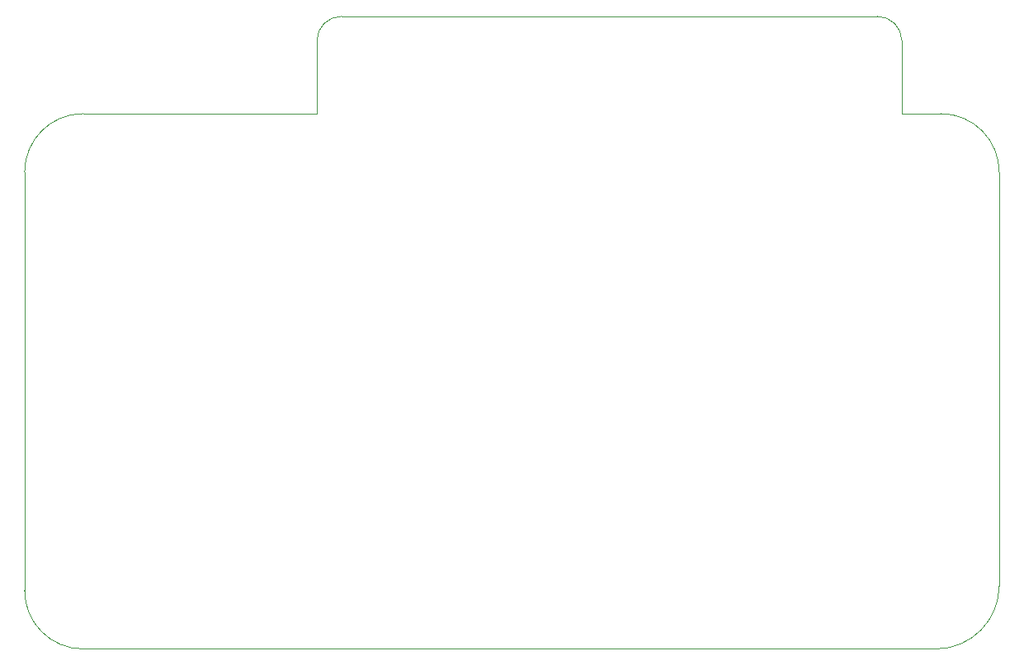
<source format=gbr>
G04 #@! TF.GenerationSoftware,KiCad,Pcbnew,5.1.6-c6e7f7d~87~ubuntu18.04.1*
G04 #@! TF.CreationDate,2021-01-06T14:43:31+00:00*
G04 #@! TF.ProjectId,multi-smtpa,6d756c74-692d-4736-9d74-70612e6b6963,rev?*
G04 #@! TF.SameCoordinates,Original*
G04 #@! TF.FileFunction,Profile,NP*
%FSLAX46Y46*%
G04 Gerber Fmt 4.6, Leading zero omitted, Abs format (unit mm)*
G04 Created by KiCad (PCBNEW 5.1.6-c6e7f7d~87~ubuntu18.04.1) date 2021-01-06 14:43:31*
%MOMM*%
%LPD*%
G01*
G04 APERTURE LIST*
G04 #@! TA.AperFunction,Profile*
%ADD10C,0.050000*%
G04 #@! TD*
G04 APERTURE END LIST*
D10*
X106000000Y-105000000D02*
X193500000Y-105000000D01*
X130000000Y-42500000D02*
G75*
G02*
X132500000Y-40000000I2500000J0D01*
G01*
X187500000Y-40000000D02*
G75*
G02*
X190000000Y-42500000I0J-2500000D01*
G01*
X190000000Y-50000000D02*
X194000000Y-50000000D01*
X190000000Y-42500000D02*
X190000000Y-50000000D01*
X132500000Y-40000000D02*
X187500000Y-40000000D01*
X130000000Y-50000000D02*
X130000000Y-42500000D01*
X100000000Y-56000000D02*
X100000000Y-99000000D01*
X106000000Y-105000000D02*
G75*
G02*
X100000000Y-99000000I0J6000000D01*
G01*
X100000000Y-56000000D02*
G75*
G02*
X106000000Y-50000000I6000000J0D01*
G01*
X200000000Y-98500000D02*
G75*
G02*
X193500000Y-105000000I-6500000J0D01*
G01*
X194000000Y-50000000D02*
G75*
G02*
X200000000Y-56000000I0J-6000000D01*
G01*
X200000000Y-98500000D02*
X200000000Y-56000000D01*
X130000000Y-50000000D02*
X106000000Y-50000000D01*
M02*

</source>
